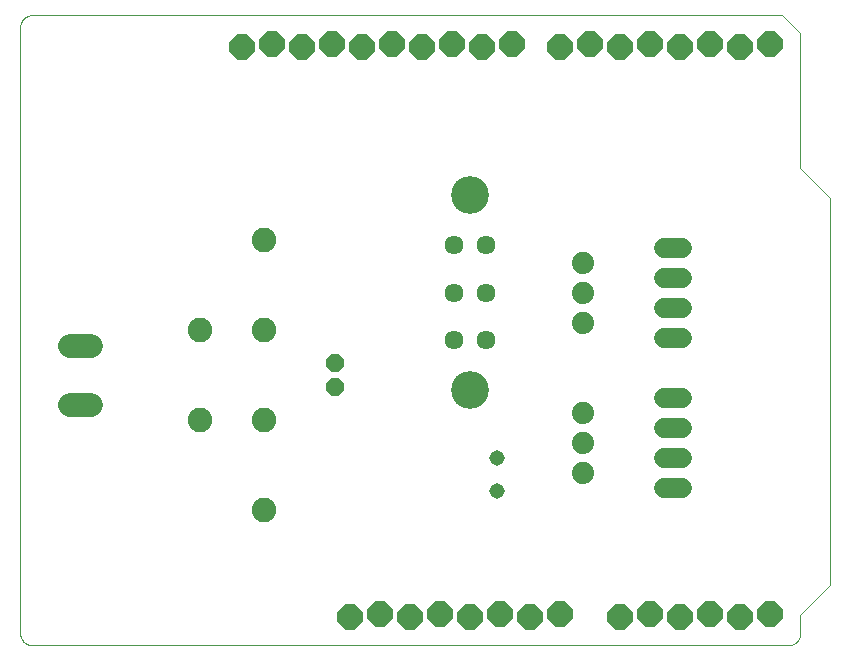
<source format=gbs>
G75*
%MOIN*%
%OFA0B0*%
%FSLAX25Y25*%
%IPPOS*%
%LPD*%
%AMOC8*
5,1,8,0,0,1.08239X$1,22.5*
%
%ADD10OC8,0.05950*%
%ADD11C,0.08200*%
%ADD12C,0.06800*%
%ADD13C,0.00000*%
%ADD14OC8,0.08400*%
%ADD15C,0.07850*%
%ADD16C,0.07400*%
%ADD17C,0.06343*%
%ADD18C,0.12611*%
%ADD19C,0.05156*%
D10*
X0132250Y0091063D03*
X0132250Y0098937D03*
D11*
X0108500Y0110000D03*
X0087250Y0110000D03*
X0108500Y0140000D03*
X0108500Y0080000D03*
X0087250Y0080000D03*
X0108500Y0050000D03*
D12*
X0241750Y0057500D02*
X0247750Y0057500D01*
X0247750Y0067500D02*
X0241750Y0067500D01*
X0241750Y0077500D02*
X0247750Y0077500D01*
X0247750Y0087500D02*
X0241750Y0087500D01*
X0241750Y0107500D02*
X0247750Y0107500D01*
X0247750Y0117500D02*
X0241750Y0117500D01*
X0241750Y0127500D02*
X0247750Y0127500D01*
X0247750Y0137500D02*
X0241750Y0137500D01*
D13*
X0027250Y0211063D02*
X0027250Y0008937D01*
X0027252Y0008813D01*
X0027258Y0008690D01*
X0027267Y0008566D01*
X0027281Y0008444D01*
X0027298Y0008321D01*
X0027320Y0008199D01*
X0027345Y0008078D01*
X0027374Y0007958D01*
X0027406Y0007839D01*
X0027443Y0007720D01*
X0027483Y0007603D01*
X0027526Y0007488D01*
X0027574Y0007373D01*
X0027625Y0007261D01*
X0027679Y0007150D01*
X0027737Y0007040D01*
X0027798Y0006933D01*
X0027863Y0006827D01*
X0027931Y0006724D01*
X0028002Y0006623D01*
X0028076Y0006524D01*
X0028153Y0006427D01*
X0028234Y0006333D01*
X0028317Y0006242D01*
X0028403Y0006153D01*
X0028492Y0006067D01*
X0028583Y0005984D01*
X0028677Y0005903D01*
X0028774Y0005826D01*
X0028873Y0005752D01*
X0028974Y0005681D01*
X0029077Y0005613D01*
X0029183Y0005548D01*
X0029290Y0005487D01*
X0029400Y0005429D01*
X0029511Y0005375D01*
X0029623Y0005324D01*
X0029738Y0005276D01*
X0029853Y0005233D01*
X0029970Y0005193D01*
X0030089Y0005156D01*
X0030208Y0005124D01*
X0030328Y0005095D01*
X0030449Y0005070D01*
X0030571Y0005048D01*
X0030694Y0005031D01*
X0030816Y0005017D01*
X0030940Y0005008D01*
X0031063Y0005002D01*
X0031187Y0005000D01*
X0283313Y0005000D01*
X0283437Y0005002D01*
X0283560Y0005008D01*
X0283684Y0005017D01*
X0283806Y0005031D01*
X0283929Y0005048D01*
X0284051Y0005070D01*
X0284172Y0005095D01*
X0284292Y0005124D01*
X0284411Y0005156D01*
X0284530Y0005193D01*
X0284647Y0005233D01*
X0284762Y0005276D01*
X0284877Y0005324D01*
X0284989Y0005375D01*
X0285100Y0005429D01*
X0285210Y0005487D01*
X0285317Y0005548D01*
X0285423Y0005613D01*
X0285526Y0005681D01*
X0285627Y0005752D01*
X0285726Y0005826D01*
X0285823Y0005903D01*
X0285917Y0005984D01*
X0286008Y0006067D01*
X0286097Y0006153D01*
X0286183Y0006242D01*
X0286266Y0006333D01*
X0286347Y0006427D01*
X0286424Y0006524D01*
X0286498Y0006623D01*
X0286569Y0006724D01*
X0286637Y0006827D01*
X0286702Y0006933D01*
X0286763Y0007040D01*
X0286821Y0007150D01*
X0286875Y0007261D01*
X0286926Y0007373D01*
X0286974Y0007488D01*
X0287017Y0007603D01*
X0287057Y0007720D01*
X0287094Y0007839D01*
X0287126Y0007958D01*
X0287155Y0008078D01*
X0287180Y0008199D01*
X0287202Y0008321D01*
X0287219Y0008444D01*
X0287233Y0008566D01*
X0287242Y0008690D01*
X0287248Y0008813D01*
X0287250Y0008937D01*
X0287250Y0015000D01*
X0297250Y0025000D01*
X0297250Y0154000D01*
X0287250Y0164000D01*
X0287250Y0209000D01*
X0281250Y0215000D01*
X0031187Y0215000D01*
X0031063Y0214998D01*
X0030940Y0214992D01*
X0030816Y0214983D01*
X0030694Y0214969D01*
X0030571Y0214952D01*
X0030449Y0214930D01*
X0030328Y0214905D01*
X0030208Y0214876D01*
X0030089Y0214844D01*
X0029970Y0214807D01*
X0029853Y0214767D01*
X0029738Y0214724D01*
X0029623Y0214676D01*
X0029511Y0214625D01*
X0029400Y0214571D01*
X0029290Y0214513D01*
X0029183Y0214452D01*
X0029077Y0214387D01*
X0028974Y0214319D01*
X0028873Y0214248D01*
X0028774Y0214174D01*
X0028677Y0214097D01*
X0028583Y0214016D01*
X0028492Y0213933D01*
X0028403Y0213847D01*
X0028317Y0213758D01*
X0028234Y0213667D01*
X0028153Y0213573D01*
X0028076Y0213476D01*
X0028002Y0213377D01*
X0027931Y0213276D01*
X0027863Y0213173D01*
X0027798Y0213067D01*
X0027737Y0212960D01*
X0027679Y0212850D01*
X0027625Y0212739D01*
X0027574Y0212627D01*
X0027526Y0212512D01*
X0027483Y0212397D01*
X0027443Y0212280D01*
X0027406Y0212161D01*
X0027374Y0212042D01*
X0027345Y0211922D01*
X0027320Y0211801D01*
X0027298Y0211679D01*
X0027281Y0211556D01*
X0027267Y0211434D01*
X0027258Y0211310D01*
X0027252Y0211187D01*
X0027250Y0211063D01*
D14*
X0101250Y0204500D03*
X0111250Y0205500D03*
X0121250Y0204500D03*
X0131250Y0205500D03*
X0141250Y0204500D03*
X0151250Y0205500D03*
X0161250Y0204500D03*
X0171250Y0205500D03*
X0181250Y0204500D03*
X0191250Y0205500D03*
X0207250Y0204500D03*
X0217250Y0205500D03*
X0227250Y0204500D03*
X0237250Y0205500D03*
X0247250Y0204500D03*
X0257250Y0205500D03*
X0267250Y0204500D03*
X0277250Y0205500D03*
X0277250Y0015500D03*
X0267250Y0014500D03*
X0257250Y0015500D03*
X0247250Y0014500D03*
X0237250Y0015500D03*
X0227250Y0014500D03*
X0207250Y0015500D03*
X0197250Y0014500D03*
X0187250Y0015500D03*
X0177250Y0014500D03*
X0167250Y0015500D03*
X0157250Y0014500D03*
X0147250Y0015500D03*
X0137250Y0014500D03*
D15*
X0050775Y0085157D02*
X0043725Y0085157D01*
X0043725Y0104843D02*
X0050775Y0104843D01*
D16*
X0214750Y0112500D03*
X0214750Y0122500D03*
X0214750Y0132500D03*
X0214750Y0082500D03*
X0214750Y0072500D03*
X0214750Y0062500D03*
D17*
X0182565Y0106752D03*
X0171935Y0106752D03*
X0171935Y0122500D03*
X0182565Y0122500D03*
X0182565Y0138248D03*
X0171935Y0138248D03*
D18*
X0177250Y0154980D03*
X0177250Y0090020D03*
D19*
X0186000Y0067500D03*
X0186000Y0056250D03*
M02*

</source>
